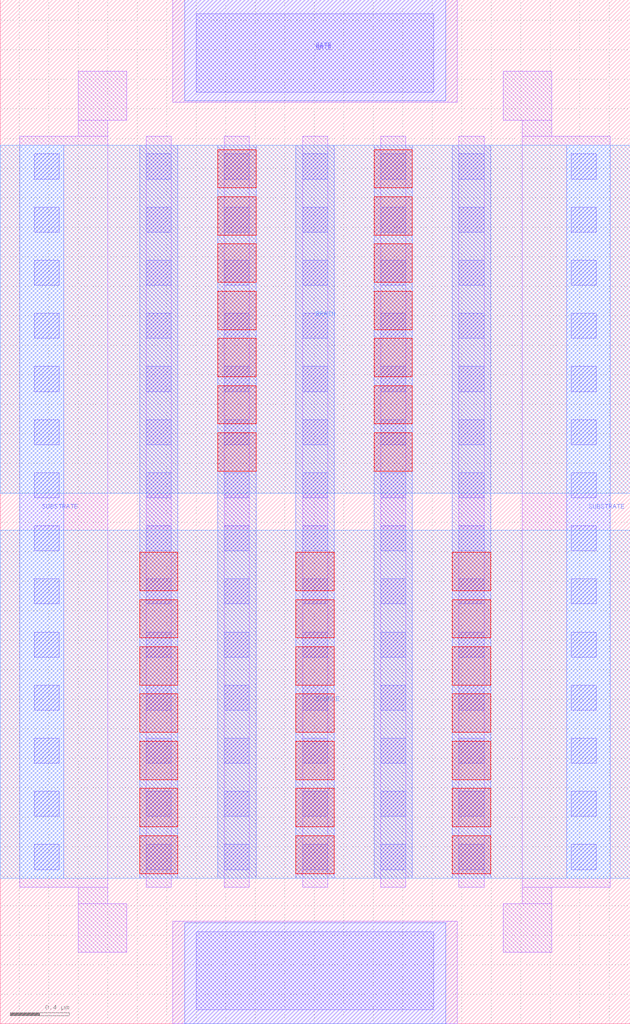
<source format=lef>
# Copyright 2020 The SkyWater PDK Authors
#
# Licensed under the Apache License, Version 2.0 (the "License");
# you may not use this file except in compliance with the License.
# You may obtain a copy of the License at
#
#     https://www.apache.org/licenses/LICENSE-2.0
#
# Unless required by applicable law or agreed to in writing, software
# distributed under the License is distributed on an "AS IS" BASIS,
# WITHOUT WARRANTIES OR CONDITIONS OF ANY KIND, either express or implied.
# See the License for the specific language governing permissions and
# limitations under the License.
#
# SPDX-License-Identifier: Apache-2.0

VERSION 5.7 ;
  NOWIREEXTENSIONATPIN ON ;
  DIVIDERCHAR "/" ;
  BUSBITCHARS "[]" ;
MACRO sky130_fd_pr__rf_nfet_01v8_lvt_cM04W5p00L0p25
  CLASS BLOCK ;
  FOREIGN sky130_fd_pr__rf_nfet_01v8_lvt_cM04W5p00L0p25 ;
  ORIGIN -0.070000  0.000000 ;
  SIZE  4.270000 BY  6.940000 ;
  PIN DRAIN
    ANTENNADIFFAREA  2.828000 ;
    PORT
      LAYER met2 ;
        RECT 0.070000 3.595000 4.340000 5.955000 ;
    END
  END DRAIN
  PIN GATE
    ANTENNAGATEAREA  5.050000 ;
    PORT
      LAYER li1 ;
        RECT 1.240000 0.000000 3.170000 0.695000 ;
        RECT 1.240000 6.245000 3.170000 6.940000 ;
      LAYER mcon ;
        RECT 1.400000 0.095000 3.010000 0.625000 ;
        RECT 1.400000 6.315000 3.010000 6.845000 ;
    END
    PORT
      LAYER met1 ;
        RECT 1.320000 0.000000 3.090000 0.685000 ;
        RECT 1.320000 6.255000 3.090000 6.940000 ;
    END
  END GATE
  PIN SOURCE
    ANTENNADIFFAREA  4.242000 ;
    PORT
      LAYER met2 ;
        RECT 0.070000 0.985000 4.340000 3.345000 ;
    END
  END SOURCE
  PIN SUBSTRATE
    ANTENNADIFFAREA  3.282500 ;
    ANTENNAGATEAREA  0.757500 ;
    PORT
      LAYER met1 ;
        RECT 0.205000 0.985000 0.500000 5.955000 ;
    END
    PORT
      LAYER met1 ;
        RECT 3.910000 0.985000 4.205000 5.955000 ;
    END
  END SUBSTRATE
  OBS
    LAYER li1 ;
      RECT 0.205000 0.925000 0.800000 6.015000 ;
      RECT 0.600000 0.485000 0.930000 0.815000 ;
      RECT 0.600000 0.815000 0.800000 0.925000 ;
      RECT 0.600000 6.015000 0.800000 6.125000 ;
      RECT 0.600000 6.125000 0.930000 6.455000 ;
      RECT 1.060000 0.925000 1.230000 6.015000 ;
      RECT 1.590000 0.925000 1.760000 6.015000 ;
      RECT 2.120000 0.925000 2.290000 6.015000 ;
      RECT 2.650000 0.925000 2.820000 6.015000 ;
      RECT 3.180000 0.925000 3.350000 6.015000 ;
      RECT 3.480000 0.485000 3.810000 0.815000 ;
      RECT 3.480000 6.125000 3.810000 6.455000 ;
      RECT 3.610000 0.815000 3.810000 0.925000 ;
      RECT 3.610000 0.925000 4.205000 6.015000 ;
      RECT 3.610000 6.015000 3.810000 6.125000 ;
    LAYER mcon ;
      RECT 0.300000 1.045000 0.470000 1.215000 ;
      RECT 0.300000 1.405000 0.470000 1.575000 ;
      RECT 0.300000 1.765000 0.470000 1.935000 ;
      RECT 0.300000 2.125000 0.470000 2.295000 ;
      RECT 0.300000 2.485000 0.470000 2.655000 ;
      RECT 0.300000 2.845000 0.470000 3.015000 ;
      RECT 0.300000 3.205000 0.470000 3.375000 ;
      RECT 0.300000 3.565000 0.470000 3.735000 ;
      RECT 0.300000 3.925000 0.470000 4.095000 ;
      RECT 0.300000 4.285000 0.470000 4.455000 ;
      RECT 0.300000 4.645000 0.470000 4.815000 ;
      RECT 0.300000 5.005000 0.470000 5.175000 ;
      RECT 0.300000 5.365000 0.470000 5.535000 ;
      RECT 0.300000 5.725000 0.470000 5.895000 ;
      RECT 1.060000 1.045000 1.230000 1.215000 ;
      RECT 1.060000 1.405000 1.230000 1.575000 ;
      RECT 1.060000 1.765000 1.230000 1.935000 ;
      RECT 1.060000 2.125000 1.230000 2.295000 ;
      RECT 1.060000 2.485000 1.230000 2.655000 ;
      RECT 1.060000 2.845000 1.230000 3.015000 ;
      RECT 1.060000 3.205000 1.230000 3.375000 ;
      RECT 1.060000 3.565000 1.230000 3.735000 ;
      RECT 1.060000 3.925000 1.230000 4.095000 ;
      RECT 1.060000 4.285000 1.230000 4.455000 ;
      RECT 1.060000 4.645000 1.230000 4.815000 ;
      RECT 1.060000 5.005000 1.230000 5.175000 ;
      RECT 1.060000 5.365000 1.230000 5.535000 ;
      RECT 1.060000 5.725000 1.230000 5.895000 ;
      RECT 1.590000 1.045000 1.760000 1.215000 ;
      RECT 1.590000 1.405000 1.760000 1.575000 ;
      RECT 1.590000 1.765000 1.760000 1.935000 ;
      RECT 1.590000 2.125000 1.760000 2.295000 ;
      RECT 1.590000 2.485000 1.760000 2.655000 ;
      RECT 1.590000 2.845000 1.760000 3.015000 ;
      RECT 1.590000 3.205000 1.760000 3.375000 ;
      RECT 1.590000 3.565000 1.760000 3.735000 ;
      RECT 1.590000 3.925000 1.760000 4.095000 ;
      RECT 1.590000 4.285000 1.760000 4.455000 ;
      RECT 1.590000 4.645000 1.760000 4.815000 ;
      RECT 1.590000 5.005000 1.760000 5.175000 ;
      RECT 1.590000 5.365000 1.760000 5.535000 ;
      RECT 1.590000 5.725000 1.760000 5.895000 ;
      RECT 2.120000 1.045000 2.290000 1.215000 ;
      RECT 2.120000 1.405000 2.290000 1.575000 ;
      RECT 2.120000 1.765000 2.290000 1.935000 ;
      RECT 2.120000 2.125000 2.290000 2.295000 ;
      RECT 2.120000 2.485000 2.290000 2.655000 ;
      RECT 2.120000 2.845000 2.290000 3.015000 ;
      RECT 2.120000 3.205000 2.290000 3.375000 ;
      RECT 2.120000 3.565000 2.290000 3.735000 ;
      RECT 2.120000 3.925000 2.290000 4.095000 ;
      RECT 2.120000 4.285000 2.290000 4.455000 ;
      RECT 2.120000 4.645000 2.290000 4.815000 ;
      RECT 2.120000 5.005000 2.290000 5.175000 ;
      RECT 2.120000 5.365000 2.290000 5.535000 ;
      RECT 2.120000 5.725000 2.290000 5.895000 ;
      RECT 2.650000 1.045000 2.820000 1.215000 ;
      RECT 2.650000 1.405000 2.820000 1.575000 ;
      RECT 2.650000 1.765000 2.820000 1.935000 ;
      RECT 2.650000 2.125000 2.820000 2.295000 ;
      RECT 2.650000 2.485000 2.820000 2.655000 ;
      RECT 2.650000 2.845000 2.820000 3.015000 ;
      RECT 2.650000 3.205000 2.820000 3.375000 ;
      RECT 2.650000 3.565000 2.820000 3.735000 ;
      RECT 2.650000 3.925000 2.820000 4.095000 ;
      RECT 2.650000 4.285000 2.820000 4.455000 ;
      RECT 2.650000 4.645000 2.820000 4.815000 ;
      RECT 2.650000 5.005000 2.820000 5.175000 ;
      RECT 2.650000 5.365000 2.820000 5.535000 ;
      RECT 2.650000 5.725000 2.820000 5.895000 ;
      RECT 3.180000 1.045000 3.350000 1.215000 ;
      RECT 3.180000 1.405000 3.350000 1.575000 ;
      RECT 3.180000 1.765000 3.350000 1.935000 ;
      RECT 3.180000 2.125000 3.350000 2.295000 ;
      RECT 3.180000 2.485000 3.350000 2.655000 ;
      RECT 3.180000 2.845000 3.350000 3.015000 ;
      RECT 3.180000 3.205000 3.350000 3.375000 ;
      RECT 3.180000 3.565000 3.350000 3.735000 ;
      RECT 3.180000 3.925000 3.350000 4.095000 ;
      RECT 3.180000 4.285000 3.350000 4.455000 ;
      RECT 3.180000 4.645000 3.350000 4.815000 ;
      RECT 3.180000 5.005000 3.350000 5.175000 ;
      RECT 3.180000 5.365000 3.350000 5.535000 ;
      RECT 3.180000 5.725000 3.350000 5.895000 ;
      RECT 3.940000 1.045000 4.110000 1.215000 ;
      RECT 3.940000 1.405000 4.110000 1.575000 ;
      RECT 3.940000 1.765000 4.110000 1.935000 ;
      RECT 3.940000 2.125000 4.110000 2.295000 ;
      RECT 3.940000 2.485000 4.110000 2.655000 ;
      RECT 3.940000 2.845000 4.110000 3.015000 ;
      RECT 3.940000 3.205000 4.110000 3.375000 ;
      RECT 3.940000 3.565000 4.110000 3.735000 ;
      RECT 3.940000 3.925000 4.110000 4.095000 ;
      RECT 3.940000 4.285000 4.110000 4.455000 ;
      RECT 3.940000 4.645000 4.110000 4.815000 ;
      RECT 3.940000 5.005000 4.110000 5.175000 ;
      RECT 3.940000 5.365000 4.110000 5.535000 ;
      RECT 3.940000 5.725000 4.110000 5.895000 ;
    LAYER met1 ;
      RECT 1.015000 0.985000 1.275000 5.955000 ;
      RECT 1.545000 0.985000 1.805000 5.955000 ;
      RECT 2.075000 0.985000 2.335000 5.955000 ;
      RECT 2.605000 0.985000 2.865000 5.955000 ;
      RECT 3.135000 0.985000 3.395000 5.955000 ;
    LAYER via ;
      RECT 1.015000 1.015000 1.275000 1.275000 ;
      RECT 1.015000 1.335000 1.275000 1.595000 ;
      RECT 1.015000 1.655000 1.275000 1.915000 ;
      RECT 1.015000 1.975000 1.275000 2.235000 ;
      RECT 1.015000 2.295000 1.275000 2.555000 ;
      RECT 1.015000 2.615000 1.275000 2.875000 ;
      RECT 1.015000 2.935000 1.275000 3.195000 ;
      RECT 1.545000 3.745000 1.805000 4.005000 ;
      RECT 1.545000 4.065000 1.805000 4.325000 ;
      RECT 1.545000 4.385000 1.805000 4.645000 ;
      RECT 1.545000 4.705000 1.805000 4.965000 ;
      RECT 1.545000 5.025000 1.805000 5.285000 ;
      RECT 1.545000 5.345000 1.805000 5.605000 ;
      RECT 1.545000 5.665000 1.805000 5.925000 ;
      RECT 2.075000 1.015000 2.335000 1.275000 ;
      RECT 2.075000 1.335000 2.335000 1.595000 ;
      RECT 2.075000 1.655000 2.335000 1.915000 ;
      RECT 2.075000 1.975000 2.335000 2.235000 ;
      RECT 2.075000 2.295000 2.335000 2.555000 ;
      RECT 2.075000 2.615000 2.335000 2.875000 ;
      RECT 2.075000 2.935000 2.335000 3.195000 ;
      RECT 2.605000 3.745000 2.865000 4.005000 ;
      RECT 2.605000 4.065000 2.865000 4.325000 ;
      RECT 2.605000 4.385000 2.865000 4.645000 ;
      RECT 2.605000 4.705000 2.865000 4.965000 ;
      RECT 2.605000 5.025000 2.865000 5.285000 ;
      RECT 2.605000 5.345000 2.865000 5.605000 ;
      RECT 2.605000 5.665000 2.865000 5.925000 ;
      RECT 3.135000 1.015000 3.395000 1.275000 ;
      RECT 3.135000 1.335000 3.395000 1.595000 ;
      RECT 3.135000 1.655000 3.395000 1.915000 ;
      RECT 3.135000 1.975000 3.395000 2.235000 ;
      RECT 3.135000 2.295000 3.395000 2.555000 ;
      RECT 3.135000 2.615000 3.395000 2.875000 ;
      RECT 3.135000 2.935000 3.395000 3.195000 ;
  END
END sky130_fd_pr__rf_nfet_01v8_lvt_cM04W5p00L0p25
END LIBRARY

</source>
